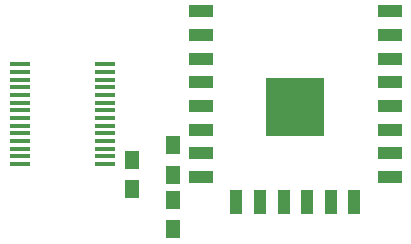
<source format=gbr>
G04 #@! TF.FileFunction,Paste,Top*
%FSLAX46Y46*%
G04 Gerber Fmt 4.6, Leading zero omitted, Abs format (unit mm)*
G04 Created by KiCad (PCBNEW 4.0.5+dfsg1-4) date Mon Sep 11 20:39:08 2017*
%MOMM*%
%LPD*%
G01*
G04 APERTURE LIST*
%ADD10C,0.100000*%
%ADD11R,2.000000X1.000000*%
%ADD12R,1.000000X2.000000*%
%ADD13R,5.000000X5.000000*%
%ADD14R,1.250000X1.500000*%
%ADD15R,1.750000X0.450000*%
G04 APERTURE END LIST*
D10*
D11*
X159100000Y-104100000D03*
X159100000Y-100100000D03*
X159100000Y-102100000D03*
X159100000Y-96100000D03*
X159100000Y-98100000D03*
X159100000Y-94100000D03*
X159100000Y-92100000D03*
X159100000Y-90100000D03*
D12*
X162100000Y-106200000D03*
X164100000Y-106200000D03*
X166100000Y-106200000D03*
X168100000Y-106200000D03*
X170100000Y-106200000D03*
X172100000Y-106200000D03*
D11*
X175100000Y-90100000D03*
X175100000Y-92100000D03*
X175100000Y-94100000D03*
X175100000Y-98100000D03*
X175100000Y-96100000D03*
X175100000Y-102100000D03*
X175100000Y-100100000D03*
X175100000Y-104100000D03*
D13*
X167100000Y-98200000D03*
D14*
X153300000Y-102650000D03*
X153300000Y-105150000D03*
X156700000Y-106050000D03*
X156700000Y-108550000D03*
X156700000Y-103950000D03*
X156700000Y-101450000D03*
D15*
X143800000Y-94575000D03*
X143800000Y-95225000D03*
X143800000Y-95875000D03*
X143800000Y-96525000D03*
X143800000Y-97175000D03*
X143800000Y-97825000D03*
X143800000Y-98475000D03*
X143800000Y-99125000D03*
X143800000Y-99775000D03*
X143800000Y-100425000D03*
X143800000Y-101075000D03*
X143800000Y-101725000D03*
X143800000Y-102375000D03*
X143800000Y-103025000D03*
X151000000Y-103025000D03*
X151000000Y-102375000D03*
X151000000Y-101725000D03*
X151000000Y-101075000D03*
X151000000Y-100425000D03*
X151000000Y-99775000D03*
X151000000Y-99125000D03*
X151000000Y-98475000D03*
X151000000Y-97825000D03*
X151000000Y-97175000D03*
X151000000Y-96525000D03*
X151000000Y-95875000D03*
X151000000Y-95225000D03*
X151000000Y-94575000D03*
M02*

</source>
